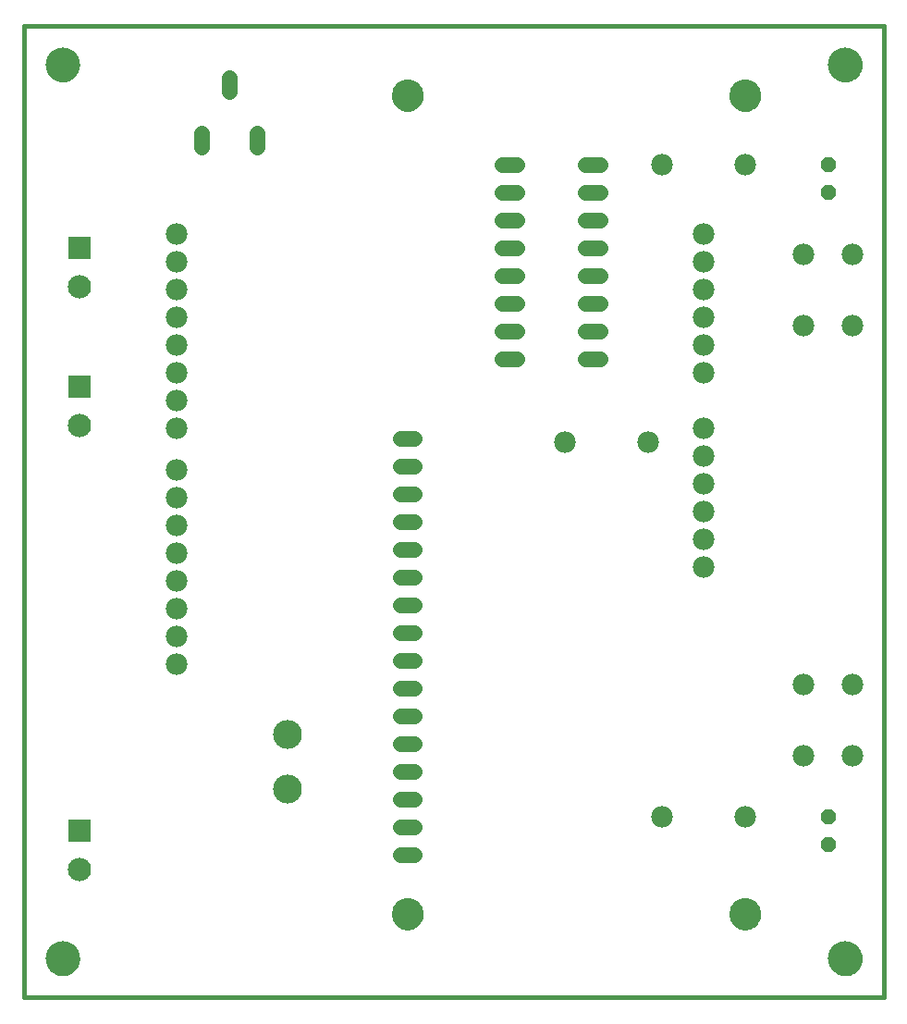
<source format=gts>
G75*
G70*
%OFA0B0*%
%FSLAX24Y24*%
%IPPOS*%
%LPD*%
%AMOC8*
5,1,8,0,0,1.08239X$1,22.5*
%
%ADD10C,0.0160*%
%ADD11C,0.0780*%
%ADD12R,0.0840X0.0840*%
%ADD13C,0.0840*%
%ADD14OC8,0.0560*%
%ADD15C,0.0560*%
%ADD16C,0.0000*%
%ADD17C,0.1240*%
%ADD18C,0.1142*%
%ADD19C,0.0555*%
%ADD20C,0.1040*%
D10*
X004183Y002689D02*
X035183Y002689D01*
X035183Y037689D01*
X004183Y037689D01*
X004183Y002689D01*
D11*
X009683Y014689D03*
X009683Y015689D03*
X009683Y016689D03*
X009683Y017689D03*
X009683Y018689D03*
X009683Y019689D03*
X009683Y020689D03*
X009683Y021689D03*
X009683Y023189D03*
X009683Y024189D03*
X009683Y025189D03*
X009683Y026189D03*
X009683Y027189D03*
X009683Y028189D03*
X009683Y029189D03*
X009683Y030189D03*
X023683Y022689D03*
X026683Y022689D03*
X028683Y023189D03*
X028683Y022189D03*
X028683Y021189D03*
X028683Y020189D03*
X028683Y019189D03*
X028683Y018189D03*
X032293Y013969D03*
X034073Y013969D03*
X034073Y011409D03*
X032293Y011409D03*
X030183Y009189D03*
X027183Y009189D03*
X028683Y025189D03*
X028683Y026189D03*
X028683Y027189D03*
X028683Y028189D03*
X028683Y029189D03*
X028683Y030189D03*
X030183Y032689D03*
X027183Y032689D03*
X032293Y029469D03*
X034073Y029469D03*
X034073Y026909D03*
X032293Y026909D03*
D12*
X006183Y024689D03*
X006183Y029689D03*
X006183Y008689D03*
D13*
X006183Y007311D03*
X006183Y023311D03*
X006183Y028311D03*
D14*
X033183Y031689D03*
X033183Y032689D03*
X033183Y009189D03*
X033183Y008189D03*
D15*
X024943Y025689D02*
X024423Y025689D01*
X024423Y026689D02*
X024943Y026689D01*
X024943Y027689D02*
X024423Y027689D01*
X024423Y028689D02*
X024943Y028689D01*
X024943Y029689D02*
X024423Y029689D01*
X024423Y030689D02*
X024943Y030689D01*
X024943Y031689D02*
X024423Y031689D01*
X024423Y032689D02*
X024943Y032689D01*
X021943Y032689D02*
X021423Y032689D01*
X021423Y031689D02*
X021943Y031689D01*
X021943Y030689D02*
X021423Y030689D01*
X021423Y029689D02*
X021943Y029689D01*
X021943Y028689D02*
X021423Y028689D01*
X021423Y027689D02*
X021943Y027689D01*
X021943Y026689D02*
X021423Y026689D01*
X021423Y025689D02*
X021943Y025689D01*
X012576Y033323D02*
X012576Y033843D01*
X011576Y035323D02*
X011576Y035843D01*
X010576Y033843D02*
X010576Y033323D01*
D16*
X004976Y036295D02*
X004978Y036344D01*
X004984Y036392D01*
X004994Y036440D01*
X005008Y036487D01*
X005025Y036533D01*
X005046Y036577D01*
X005071Y036619D01*
X005099Y036659D01*
X005131Y036697D01*
X005165Y036732D01*
X005202Y036764D01*
X005241Y036793D01*
X005283Y036819D01*
X005327Y036841D01*
X005372Y036859D01*
X005419Y036874D01*
X005466Y036885D01*
X005515Y036892D01*
X005564Y036895D01*
X005613Y036894D01*
X005661Y036889D01*
X005710Y036880D01*
X005757Y036867D01*
X005803Y036850D01*
X005847Y036830D01*
X005890Y036806D01*
X005931Y036779D01*
X005969Y036748D01*
X006005Y036715D01*
X006037Y036679D01*
X006067Y036640D01*
X006094Y036599D01*
X006117Y036555D01*
X006136Y036510D01*
X006152Y036464D01*
X006164Y036417D01*
X006172Y036368D01*
X006176Y036319D01*
X006176Y036271D01*
X006172Y036222D01*
X006164Y036173D01*
X006152Y036126D01*
X006136Y036080D01*
X006117Y036035D01*
X006094Y035991D01*
X006067Y035950D01*
X006037Y035911D01*
X006005Y035875D01*
X005969Y035842D01*
X005931Y035811D01*
X005890Y035784D01*
X005847Y035760D01*
X005803Y035740D01*
X005757Y035723D01*
X005710Y035710D01*
X005661Y035701D01*
X005613Y035696D01*
X005564Y035695D01*
X005515Y035698D01*
X005466Y035705D01*
X005419Y035716D01*
X005372Y035731D01*
X005327Y035749D01*
X005283Y035771D01*
X005241Y035797D01*
X005202Y035826D01*
X005165Y035858D01*
X005131Y035893D01*
X005099Y035931D01*
X005071Y035971D01*
X005046Y036013D01*
X005025Y036057D01*
X005008Y036103D01*
X004994Y036150D01*
X004984Y036198D01*
X004978Y036246D01*
X004976Y036295D01*
X017458Y035185D02*
X017460Y035232D01*
X017466Y035278D01*
X017476Y035324D01*
X017489Y035369D01*
X017507Y035412D01*
X017528Y035454D01*
X017552Y035494D01*
X017580Y035531D01*
X017611Y035566D01*
X017645Y035599D01*
X017681Y035628D01*
X017720Y035654D01*
X017761Y035677D01*
X017804Y035696D01*
X017848Y035712D01*
X017893Y035724D01*
X017939Y035732D01*
X017986Y035736D01*
X018032Y035736D01*
X018079Y035732D01*
X018125Y035724D01*
X018170Y035712D01*
X018214Y035696D01*
X018257Y035677D01*
X018298Y035654D01*
X018337Y035628D01*
X018373Y035599D01*
X018407Y035566D01*
X018438Y035531D01*
X018466Y035494D01*
X018490Y035454D01*
X018511Y035412D01*
X018529Y035369D01*
X018542Y035324D01*
X018552Y035278D01*
X018558Y035232D01*
X018560Y035185D01*
X018558Y035138D01*
X018552Y035092D01*
X018542Y035046D01*
X018529Y035001D01*
X018511Y034958D01*
X018490Y034916D01*
X018466Y034876D01*
X018438Y034839D01*
X018407Y034804D01*
X018373Y034771D01*
X018337Y034742D01*
X018298Y034716D01*
X018257Y034693D01*
X018214Y034674D01*
X018170Y034658D01*
X018125Y034646D01*
X018079Y034638D01*
X018032Y034634D01*
X017986Y034634D01*
X017939Y034638D01*
X017893Y034646D01*
X017848Y034658D01*
X017804Y034674D01*
X017761Y034693D01*
X017720Y034716D01*
X017681Y034742D01*
X017645Y034771D01*
X017611Y034804D01*
X017580Y034839D01*
X017552Y034876D01*
X017528Y034916D01*
X017507Y034958D01*
X017489Y035001D01*
X017476Y035046D01*
X017466Y035092D01*
X017460Y035138D01*
X017458Y035185D01*
X029632Y035185D02*
X029634Y035232D01*
X029640Y035278D01*
X029650Y035324D01*
X029663Y035369D01*
X029681Y035412D01*
X029702Y035454D01*
X029726Y035494D01*
X029754Y035531D01*
X029785Y035566D01*
X029819Y035599D01*
X029855Y035628D01*
X029894Y035654D01*
X029935Y035677D01*
X029978Y035696D01*
X030022Y035712D01*
X030067Y035724D01*
X030113Y035732D01*
X030160Y035736D01*
X030206Y035736D01*
X030253Y035732D01*
X030299Y035724D01*
X030344Y035712D01*
X030388Y035696D01*
X030431Y035677D01*
X030472Y035654D01*
X030511Y035628D01*
X030547Y035599D01*
X030581Y035566D01*
X030612Y035531D01*
X030640Y035494D01*
X030664Y035454D01*
X030685Y035412D01*
X030703Y035369D01*
X030716Y035324D01*
X030726Y035278D01*
X030732Y035232D01*
X030734Y035185D01*
X030732Y035138D01*
X030726Y035092D01*
X030716Y035046D01*
X030703Y035001D01*
X030685Y034958D01*
X030664Y034916D01*
X030640Y034876D01*
X030612Y034839D01*
X030581Y034804D01*
X030547Y034771D01*
X030511Y034742D01*
X030472Y034716D01*
X030431Y034693D01*
X030388Y034674D01*
X030344Y034658D01*
X030299Y034646D01*
X030253Y034638D01*
X030206Y034634D01*
X030160Y034634D01*
X030113Y034638D01*
X030067Y034646D01*
X030022Y034658D01*
X029978Y034674D01*
X029935Y034693D01*
X029894Y034716D01*
X029855Y034742D01*
X029819Y034771D01*
X029785Y034804D01*
X029754Y034839D01*
X029726Y034876D01*
X029702Y034916D01*
X029681Y034958D01*
X029663Y035001D01*
X029650Y035046D01*
X029640Y035092D01*
X029634Y035138D01*
X029632Y035185D01*
X033189Y036295D02*
X033191Y036344D01*
X033197Y036392D01*
X033207Y036440D01*
X033221Y036487D01*
X033238Y036533D01*
X033259Y036577D01*
X033284Y036619D01*
X033312Y036659D01*
X033344Y036697D01*
X033378Y036732D01*
X033415Y036764D01*
X033454Y036793D01*
X033496Y036819D01*
X033540Y036841D01*
X033585Y036859D01*
X033632Y036874D01*
X033679Y036885D01*
X033728Y036892D01*
X033777Y036895D01*
X033826Y036894D01*
X033874Y036889D01*
X033923Y036880D01*
X033970Y036867D01*
X034016Y036850D01*
X034060Y036830D01*
X034103Y036806D01*
X034144Y036779D01*
X034182Y036748D01*
X034218Y036715D01*
X034250Y036679D01*
X034280Y036640D01*
X034307Y036599D01*
X034330Y036555D01*
X034349Y036510D01*
X034365Y036464D01*
X034377Y036417D01*
X034385Y036368D01*
X034389Y036319D01*
X034389Y036271D01*
X034385Y036222D01*
X034377Y036173D01*
X034365Y036126D01*
X034349Y036080D01*
X034330Y036035D01*
X034307Y035991D01*
X034280Y035950D01*
X034250Y035911D01*
X034218Y035875D01*
X034182Y035842D01*
X034144Y035811D01*
X034103Y035784D01*
X034060Y035760D01*
X034016Y035740D01*
X033970Y035723D01*
X033923Y035710D01*
X033874Y035701D01*
X033826Y035696D01*
X033777Y035695D01*
X033728Y035698D01*
X033679Y035705D01*
X033632Y035716D01*
X033585Y035731D01*
X033540Y035749D01*
X033496Y035771D01*
X033454Y035797D01*
X033415Y035826D01*
X033378Y035858D01*
X033344Y035893D01*
X033312Y035931D01*
X033284Y035971D01*
X033259Y036013D01*
X033238Y036057D01*
X033221Y036103D01*
X033207Y036150D01*
X033197Y036198D01*
X033191Y036246D01*
X033189Y036295D01*
X029632Y005689D02*
X029634Y005736D01*
X029640Y005782D01*
X029650Y005828D01*
X029663Y005873D01*
X029681Y005916D01*
X029702Y005958D01*
X029726Y005998D01*
X029754Y006035D01*
X029785Y006070D01*
X029819Y006103D01*
X029855Y006132D01*
X029894Y006158D01*
X029935Y006181D01*
X029978Y006200D01*
X030022Y006216D01*
X030067Y006228D01*
X030113Y006236D01*
X030160Y006240D01*
X030206Y006240D01*
X030253Y006236D01*
X030299Y006228D01*
X030344Y006216D01*
X030388Y006200D01*
X030431Y006181D01*
X030472Y006158D01*
X030511Y006132D01*
X030547Y006103D01*
X030581Y006070D01*
X030612Y006035D01*
X030640Y005998D01*
X030664Y005958D01*
X030685Y005916D01*
X030703Y005873D01*
X030716Y005828D01*
X030726Y005782D01*
X030732Y005736D01*
X030734Y005689D01*
X030732Y005642D01*
X030726Y005596D01*
X030716Y005550D01*
X030703Y005505D01*
X030685Y005462D01*
X030664Y005420D01*
X030640Y005380D01*
X030612Y005343D01*
X030581Y005308D01*
X030547Y005275D01*
X030511Y005246D01*
X030472Y005220D01*
X030431Y005197D01*
X030388Y005178D01*
X030344Y005162D01*
X030299Y005150D01*
X030253Y005142D01*
X030206Y005138D01*
X030160Y005138D01*
X030113Y005142D01*
X030067Y005150D01*
X030022Y005162D01*
X029978Y005178D01*
X029935Y005197D01*
X029894Y005220D01*
X029855Y005246D01*
X029819Y005275D01*
X029785Y005308D01*
X029754Y005343D01*
X029726Y005380D01*
X029702Y005420D01*
X029681Y005462D01*
X029663Y005505D01*
X029650Y005550D01*
X029640Y005596D01*
X029634Y005642D01*
X029632Y005689D01*
X033189Y004083D02*
X033191Y004132D01*
X033197Y004180D01*
X033207Y004228D01*
X033221Y004275D01*
X033238Y004321D01*
X033259Y004365D01*
X033284Y004407D01*
X033312Y004447D01*
X033344Y004485D01*
X033378Y004520D01*
X033415Y004552D01*
X033454Y004581D01*
X033496Y004607D01*
X033540Y004629D01*
X033585Y004647D01*
X033632Y004662D01*
X033679Y004673D01*
X033728Y004680D01*
X033777Y004683D01*
X033826Y004682D01*
X033874Y004677D01*
X033923Y004668D01*
X033970Y004655D01*
X034016Y004638D01*
X034060Y004618D01*
X034103Y004594D01*
X034144Y004567D01*
X034182Y004536D01*
X034218Y004503D01*
X034250Y004467D01*
X034280Y004428D01*
X034307Y004387D01*
X034330Y004343D01*
X034349Y004298D01*
X034365Y004252D01*
X034377Y004205D01*
X034385Y004156D01*
X034389Y004107D01*
X034389Y004059D01*
X034385Y004010D01*
X034377Y003961D01*
X034365Y003914D01*
X034349Y003868D01*
X034330Y003823D01*
X034307Y003779D01*
X034280Y003738D01*
X034250Y003699D01*
X034218Y003663D01*
X034182Y003630D01*
X034144Y003599D01*
X034103Y003572D01*
X034060Y003548D01*
X034016Y003528D01*
X033970Y003511D01*
X033923Y003498D01*
X033874Y003489D01*
X033826Y003484D01*
X033777Y003483D01*
X033728Y003486D01*
X033679Y003493D01*
X033632Y003504D01*
X033585Y003519D01*
X033540Y003537D01*
X033496Y003559D01*
X033454Y003585D01*
X033415Y003614D01*
X033378Y003646D01*
X033344Y003681D01*
X033312Y003719D01*
X033284Y003759D01*
X033259Y003801D01*
X033238Y003845D01*
X033221Y003891D01*
X033207Y003938D01*
X033197Y003986D01*
X033191Y004034D01*
X033189Y004083D01*
X017458Y005689D02*
X017460Y005736D01*
X017466Y005782D01*
X017476Y005828D01*
X017489Y005873D01*
X017507Y005916D01*
X017528Y005958D01*
X017552Y005998D01*
X017580Y006035D01*
X017611Y006070D01*
X017645Y006103D01*
X017681Y006132D01*
X017720Y006158D01*
X017761Y006181D01*
X017804Y006200D01*
X017848Y006216D01*
X017893Y006228D01*
X017939Y006236D01*
X017986Y006240D01*
X018032Y006240D01*
X018079Y006236D01*
X018125Y006228D01*
X018170Y006216D01*
X018214Y006200D01*
X018257Y006181D01*
X018298Y006158D01*
X018337Y006132D01*
X018373Y006103D01*
X018407Y006070D01*
X018438Y006035D01*
X018466Y005998D01*
X018490Y005958D01*
X018511Y005916D01*
X018529Y005873D01*
X018542Y005828D01*
X018552Y005782D01*
X018558Y005736D01*
X018560Y005689D01*
X018558Y005642D01*
X018552Y005596D01*
X018542Y005550D01*
X018529Y005505D01*
X018511Y005462D01*
X018490Y005420D01*
X018466Y005380D01*
X018438Y005343D01*
X018407Y005308D01*
X018373Y005275D01*
X018337Y005246D01*
X018298Y005220D01*
X018257Y005197D01*
X018214Y005178D01*
X018170Y005162D01*
X018125Y005150D01*
X018079Y005142D01*
X018032Y005138D01*
X017986Y005138D01*
X017939Y005142D01*
X017893Y005150D01*
X017848Y005162D01*
X017804Y005178D01*
X017761Y005197D01*
X017720Y005220D01*
X017681Y005246D01*
X017645Y005275D01*
X017611Y005308D01*
X017580Y005343D01*
X017552Y005380D01*
X017528Y005420D01*
X017507Y005462D01*
X017489Y005505D01*
X017476Y005550D01*
X017466Y005596D01*
X017460Y005642D01*
X017458Y005689D01*
X004976Y004083D02*
X004978Y004132D01*
X004984Y004180D01*
X004994Y004228D01*
X005008Y004275D01*
X005025Y004321D01*
X005046Y004365D01*
X005071Y004407D01*
X005099Y004447D01*
X005131Y004485D01*
X005165Y004520D01*
X005202Y004552D01*
X005241Y004581D01*
X005283Y004607D01*
X005327Y004629D01*
X005372Y004647D01*
X005419Y004662D01*
X005466Y004673D01*
X005515Y004680D01*
X005564Y004683D01*
X005613Y004682D01*
X005661Y004677D01*
X005710Y004668D01*
X005757Y004655D01*
X005803Y004638D01*
X005847Y004618D01*
X005890Y004594D01*
X005931Y004567D01*
X005969Y004536D01*
X006005Y004503D01*
X006037Y004467D01*
X006067Y004428D01*
X006094Y004387D01*
X006117Y004343D01*
X006136Y004298D01*
X006152Y004252D01*
X006164Y004205D01*
X006172Y004156D01*
X006176Y004107D01*
X006176Y004059D01*
X006172Y004010D01*
X006164Y003961D01*
X006152Y003914D01*
X006136Y003868D01*
X006117Y003823D01*
X006094Y003779D01*
X006067Y003738D01*
X006037Y003699D01*
X006005Y003663D01*
X005969Y003630D01*
X005931Y003599D01*
X005890Y003572D01*
X005847Y003548D01*
X005803Y003528D01*
X005757Y003511D01*
X005710Y003498D01*
X005661Y003489D01*
X005613Y003484D01*
X005564Y003483D01*
X005515Y003486D01*
X005466Y003493D01*
X005419Y003504D01*
X005372Y003519D01*
X005327Y003537D01*
X005283Y003559D01*
X005241Y003585D01*
X005202Y003614D01*
X005165Y003646D01*
X005131Y003681D01*
X005099Y003719D01*
X005071Y003759D01*
X005046Y003801D01*
X005025Y003845D01*
X005008Y003891D01*
X004994Y003938D01*
X004984Y003986D01*
X004978Y004034D01*
X004976Y004083D01*
D17*
X005576Y004083D03*
X033789Y004083D03*
X033789Y036295D03*
X005576Y036295D03*
D18*
X018009Y035185D03*
X030183Y035185D03*
X030183Y005689D03*
X018009Y005689D03*
D19*
X018267Y007838D02*
X017752Y007838D01*
X017752Y008838D02*
X018267Y008838D01*
X018267Y009838D02*
X017752Y009838D01*
X017752Y010838D02*
X018267Y010838D01*
X018267Y011838D02*
X017752Y011838D01*
X017752Y012838D02*
X018267Y012838D01*
X018267Y013838D02*
X017752Y013838D01*
X017752Y014838D02*
X018267Y014838D01*
X018267Y015838D02*
X017752Y015838D01*
X017752Y016838D02*
X018267Y016838D01*
X018267Y017838D02*
X017752Y017838D01*
X017752Y018838D02*
X018267Y018838D01*
X018267Y019838D02*
X017752Y019838D01*
X017752Y020838D02*
X018267Y020838D01*
X018267Y021838D02*
X017752Y021838D01*
X017752Y022838D02*
X018267Y022838D01*
D20*
X013683Y012173D03*
X013683Y010205D03*
M02*

</source>
